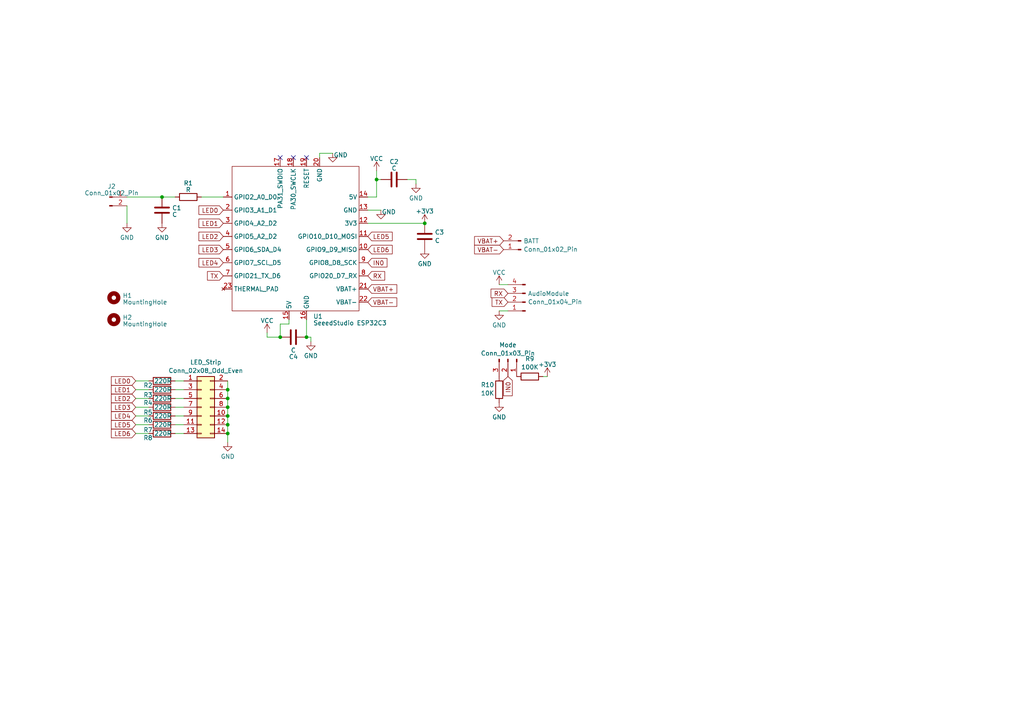
<source format=kicad_sch>
(kicad_sch (version 20231120) (generator "eeschema") (generator_version "8.0")
  (paper "A4")
  (lib_symbols
    (symbol "Connector:Conn_01x02_Pin" (pin_names (offset 1.016) hide)
      (property "Reference" "J" (at 0 2.54 0))
      (property "Value" "Conn_01x02_Pin" (at 0 -5.08 0))
      (symbol "Conn_01x02_Pin_1_1"
        (polyline (pts (xy 1.27 -2.54) (xy 0.8636 -2.54)) (stroke (width 0.1524)))
        (polyline (pts (xy 1.27 0) (xy 0.8636 0)) (stroke (width 0.1524)))
        (rectangle (start 0.8636 -2.413) (end 0 -2.667) (stroke (width 0.1524)) (fill (type outline)))
        (rectangle (start 0.8636 0.127) (end 0 -0.127) (stroke (width 0.1524)) (fill (type outline)))
        (pin passive line (at 5.08 0 180) (length 3.81) (name "Pin_1") (number "1"))
        (pin passive line (at 5.08 -2.54 180) (length 3.81) (name "Pin_2") (number "2"))
      )
    )
    (symbol "Connector:Conn_01x03_Pin" (pin_names (offset 1.016) hide)
      (property "Reference" "J" (at 0 5.08 0))
      (property "Value" "Conn_01x03_Pin" (at 0 -5.08 0))
      (symbol "Conn_01x03_Pin_1_1"
        (polyline (pts (xy 1.27 -2.54) (xy 0.8636 -2.54)) (stroke (width 0.1524)))
        (polyline (pts (xy 1.27 0) (xy 0.8636 0)) (stroke (width 0.1524)))
        (polyline (pts (xy 1.27 2.54) (xy 0.8636 2.54)) (stroke (width 0.1524)))
        (rectangle (start 0.8636 -2.413) (end 0 -2.667) (stroke (width 0.1524)) (fill (type outline)))
        (rectangle (start 0.8636 0.127) (end 0 -0.127) (stroke (width 0.1524)) (fill (type outline)))
        (rectangle (start 0.8636 2.667) (end 0 2.413) (stroke (width 0.1524)) (fill (type outline)))
        (pin passive line (at 5.08 2.54 180) (length 3.81) (name "Pin_1") (number "1"))
        (pin passive line (at 5.08 0 180) (length 3.81) (name "Pin_2") (number "2"))
        (pin passive line (at 5.08 -2.54 180) (length 3.81) (name "Pin_3") (number "3"))
      )
    )
    (symbol "Connector:Conn_01x04_Pin" (pin_names (offset 1.016) hide)
      (property "Reference" "J" (at 0 5.08 0))
      (property "Value" "Conn_01x04_Pin" (at 0 -7.62 0))
      (symbol "Conn_01x04_Pin_1_1"
        (polyline (pts (xy 1.27 -5.08) (xy 0.8636 -5.08)) (stroke (width 0.1524)))
        (polyline (pts (xy 1.27 -2.54) (xy 0.8636 -2.54)) (stroke (width 0.1524)))
        (polyline (pts (xy 1.27 0) (xy 0.8636 0)) (stroke (width 0.1524)))
        (polyline (pts (xy 1.27 2.54) (xy 0.8636 2.54)) (stroke (width 0.1524)))
        (rectangle (start 0.8636 -4.953) (end 0 -5.207) (stroke (width 0.1524)) (fill (type outline)))
        (rectangle (start 0.8636 -2.413) (end 0 -2.667) (stroke (width 0.1524)) (fill (type outline)))
        (rectangle (start 0.8636 0.127) (end 0 -0.127) (stroke (width 0.1524)) (fill (type outline)))
        (rectangle (start 0.8636 2.667) (end 0 2.413) (stroke (width 0.1524)) (fill (type outline)))
        (pin passive line (at 5.08 2.54 180) (length 3.81) (name "Pin_1") (number "1"))
        (pin passive line (at 5.08 0 180) (length 3.81) (name "Pin_2") (number "2"))
        (pin passive line (at 5.08 -2.54 180) (length 3.81) (name "Pin_3") (number "3"))
        (pin passive line (at 5.08 -5.08 180) (length 3.81) (name "Pin_4") (number "4"))
      )
    )
    (symbol "Connector_Generic:Conn_02x07_Odd_Even" (pin_names (offset 1.016) hide)
      (property "Reference" "J" (at 1.27 10.16 0))
      (property "Value" "Conn_02x07_Odd_Even" (at 1.27 -10.16 0))
      (symbol "Conn_02x07_Odd_Even_1_1"
        (rectangle (start -1.27 -7.493) (end 0 -7.747) (stroke (width 0.1524)))
        (rectangle (start -1.27 -4.953) (end 0 -5.207) (stroke (width 0.1524)))
        (rectangle (start -1.27 -2.413) (end 0 -2.667) (stroke (width 0.1524)))
        (rectangle (start -1.27 0.127) (end 0 -0.127) (stroke (width 0.1524)))
        (rectangle (start -1.27 2.667) (end 0 2.413) (stroke (width 0.1524)))
        (rectangle (start -1.27 5.207) (end 0 4.953) (stroke (width 0.1524)))
        (rectangle (start -1.27 7.747) (end 0 7.493) (stroke (width 0.1524)))
        (rectangle (start -1.27 8.89) (end 3.81 -8.89) (stroke (width 0.254)) (fill (type background)))
        (rectangle (start 3.81 -7.493) (end 2.54 -7.747) (stroke (width 0.1524)))
        (rectangle (start 3.81 -4.953) (end 2.54 -5.207) (stroke (width 0.1524)))
        (rectangle (start 3.81 -2.413) (end 2.54 -2.667) (stroke (width 0.1524)))
        (rectangle (start 3.81 0.127) (end 2.54 -0.127) (stroke (width 0.1524)))
        (rectangle (start 3.81 2.667) (end 2.54 2.413) (stroke (width 0.1524)))
        (rectangle (start 3.81 5.207) (end 2.54 4.953) (stroke (width 0.1524)))
        (rectangle (start 3.81 7.747) (end 2.54 7.493) (stroke (width 0.1524)))
        (pin passive line (at -5.08 7.62 0) (length 3.81) (name "Pin_1") (number "1"))
        (pin passive line (at 7.62 -2.54 180) (length 3.81) (name "Pin_10") (number "10"))
        (pin passive line (at -5.08 -5.08 0) (length 3.81) (name "Pin_11") (number "11"))
        (pin passive line (at 7.62 -5.08 180) (length 3.81) (name "Pin_12") (number "12"))
        (pin passive line (at -5.08 -7.62 0) (length 3.81) (name "Pin_13") (number "13"))
        (pin passive line (at 7.62 -7.62 180) (length 3.81) (name "Pin_14") (number "14"))
        (pin passive line (at 7.62 7.62 180) (length 3.81) (name "Pin_2") (number "2"))
        (pin passive line (at -5.08 5.08 0) (length 3.81) (name "Pin_3") (number "3"))
        (pin passive line (at 7.62 5.08 180) (length 3.81) (name "Pin_4") (number "4"))
        (pin passive line (at -5.08 2.54 0) (length 3.81) (name "Pin_5") (number "5"))
        (pin passive line (at 7.62 2.54 180) (length 3.81) (name "Pin_6") (number "6"))
        (pin passive line (at -5.08 0 0) (length 3.81) (name "Pin_7") (number "7"))
        (pin passive line (at 7.62 0 180) (length 3.81) (name "Pin_8") (number "8"))
        (pin passive line (at -5.08 -2.54 0) (length 3.81) (name "Pin_9") (number "9"))
      )
    )
    (symbol "Device:C" (pin_numbers hide) (pin_names (offset 0.254))
      (property "Reference" "C" (at 0.635 2.54 0))
      (property "Value" "C" (at 0.635 -2.54 0))
      (symbol "C_0_1"
        (polyline (pts (xy -2.032 -0.762) (xy 2.032 -0.762)) (stroke (width 0.508)))
        (polyline (pts (xy -2.032 0.762) (xy 2.032 0.762)) (stroke (width 0.508)))
      )
      (symbol "C_1_1"
        (pin passive line (at 0 3.81 270) (length 2.794) (name "~") (number "1"))
        (pin passive line (at 0 -3.81 90) (length 2.794) (name "~") (number "2"))
      )
    )
    (symbol "Device:R" (pin_numbers hide) (pin_names (offset 0))
      (property "Reference" "R" (at 2.032 0 90))
      (property "Value" "R" (at 0 0 90))
      (symbol "R_0_1"
        (rectangle (start -1.016 -2.54) (end 1.016 2.54) (stroke (width 0.254)))
      )
      (symbol "R_1_1"
        (pin passive line (at 0 3.81 270) (length 1.27) (name "~") (number "1"))
        (pin passive line (at 0 -3.81 90) (length 1.27) (name "~") (number "2"))
      )
    )
    (symbol "GND_1" (power) (pin_numbers hide) (pin_names (offset 0) hide)
      (property "Value" "GND" (at 0 -3.81 0))
      (symbol "GND_1_0_1"
        (polyline (pts (xy 0 0) (xy 0 -1.27) (xy 1.27 -1.27) (xy 0 -2.54) (xy -1.27 -1.27) (xy 0 -1.27)))
      )
      (symbol "GND_1_1_1"
        (pin power_in line (at 0 0 270) (length 0) (name "~") (number "1"))
      )
    )
    (symbol "GND_2" (power) (pin_numbers hide) (pin_names (offset 0) hide)
      (property "Value" "GND" (at 0 -3.81 0))
      (symbol "GND_2_0_1"
        (polyline (pts (xy 0 0) (xy 0 -1.27) (xy 1.27 -1.27) (xy 0 -2.54) (xy -1.27 -1.27) (xy 0 -1.27)))
      )
      (symbol "GND_2_1_1"
        (pin power_in line (at 0 0 270) (length 0) (name "~") (number "1"))
      )
    )
    (symbol "Mechanical:MountingHole" (pin_names (offset 1.016))
      (property "Reference" "H" (at 0 5.08 0))
      (property "Value" "MountingHole" (at 0 3.175 0))
      (symbol "MountingHole_0_1"
        (circle (center 0 0) (radius 1.27) (stroke (width 1.27)))
      )
    )
    (symbol "SeeedStudio:SeeedStudio_ESP32C3"
      (property "Reference" "U" (at -16.51 0 0))
      (property "Value" "SeeedStudio ESP32C3" (at -19.05 -2.54 0))
      (symbol "SeeedStudio_ESP32C3_0_1"
        (rectangle (start -19.05 -3.81) (end 17.78 -45.72))
      )
      (symbol "SeeedStudio_ESP32C3_1_1"
        (pin bidirectional line (at -21.59 -12.7 0) (length 2.54) (name "GPIO2_A0_D0") (number "1"))
        (pin bidirectional line (at 20.32 -27.94 180) (length 2.54) (name "GPIO9_D9_MISO") (number "10"))
        (pin bidirectional line (at 20.32 -24.13 180) (length 2.54) (name "GPIO10_D10_MOSI") (number "11"))
        (pin bidirectional line (at 20.32 -20.32 180) (length 2.54) (name "3V3") (number "12"))
        (pin bidirectional line (at 20.32 -16.51 180) (length 2.54) (name "GND") (number "13"))
        (pin bidirectional line (at 20.32 -12.7 180) (length 2.54) (name "5V") (number "14"))
        (pin input line (at -2.54 -48.26 90) (length 2.54) (name "5V") (number "15"))
        (pin input line (at 2.54 -48.26 90) (length 2.54) (name "GND") (number "16"))
        (pin input line (at -5.08 -1.27 270) (length 2.54) (name "PA31_SWDIO") (number "17"))
        (pin input line (at -1.27 -1.27 270) (length 2.54) (name "PA30_SWCLK") (number "18"))
        (pin input line (at 2.54 -1.27 270) (length 2.54) (name "RESET") (number "19"))
        (pin bidirectional line (at -21.59 -16.51 0) (length 2.54) (name "GPIO3_A1_D1") (number "2"))
        (pin input line (at 6.35 -1.27 270) (length 2.54) (name "GND") (number "20"))
        (pin bidirectional line (at 20.32 -39.37 180) (length 2.54) (name "VBAT+") (number "21"))
        (pin bidirectional line (at 20.32 -43.18 180) (length 2.54) (name "VBAT-") (number "22"))
        (pin no_connect line (at -21.59 -39.37 0) (length 2.54) (name "THERMAL_PAD") (number "23"))
        (pin bidirectional line (at -21.59 -20.32 0) (length 2.54) (name "GPIO4_A2_D2") (number "3"))
        (pin bidirectional line (at -21.59 -24.13 0) (length 2.54) (name "GPIO5_A2_D2") (number "4"))
        (pin bidirectional line (at -21.59 -27.94 0) (length 2.54) (name "GPIO6_SDA_D4") (number "5"))
        (pin bidirectional line (at -21.59 -31.75 0) (length 2.54) (name "GPIO7_SCL_D5") (number "6"))
        (pin bidirectional line (at -21.59 -35.56 0) (length 2.54) (name "GPIO21_TX_D6") (number "7"))
        (pin bidirectional line (at 20.32 -35.56 180) (length 2.54) (name "GPIO20_D7_RX") (number "8"))
        (pin bidirectional line (at 20.32 -31.75 180) (length 2.54) (name "GPIO8_D8_SCK") (number "9"))
      )
    )
    (symbol "power:+3V3" (power) (pin_names (offset 0))
      (property "Value" "+3V3" (at 0 3.556 0))
      (symbol "+3V3_0_1"
        (polyline (pts (xy -0.762 1.27) (xy 0 2.54)))
        (polyline (pts (xy 0 0) (xy 0 2.54)))
        (polyline (pts (xy 0 2.54) (xy 0.762 1.27)))
      )
      (symbol "+3V3_1_1"
        (pin power_in line (at 0 0 90) (length 0) hide (name "+3V3") (number "1"))
      )
    )
    (symbol "power:GND" (power) (pin_names (offset 0))
      (property "Value" "GND" (at 0 -3.81 0))
      (symbol "GND_0_1"
        (polyline (pts (xy 0 0) (xy 0 -1.27) (xy 1.27 -1.27) (xy 0 -2.54) (xy -1.27 -1.27) (xy 0 -1.27)))
      )
      (symbol "GND_1_1"
        (pin power_in line (at 0 0 270) (length 0) hide (name "GND") (number "1"))
      )
    )
    (symbol "power:VCC" (power) (pin_names (offset 0))
      (property "Value" "VCC" (at 0 3.81 0))
      (symbol "VCC_0_1"
        (polyline (pts (xy -0.762 1.27) (xy 0 2.54)))
        (polyline (pts (xy 0 0) (xy 0 2.54)))
        (polyline (pts (xy 0 2.54) (xy 0.762 1.27)))
      )
      (symbol "VCC_1_1"
        (pin power_in line (at 0 0 90) (length 0) hide (name "VCC") (number "1"))
      )
    )
  )
  (junction (at 66.04 125.73))
  (junction (at 66.04 123.19))
  (junction (at 66.04 118.11))
  (junction (at 123.19 64.77))
  (junction (at 88.9 97.79))
  (junction (at 66.04 115.57))
  (junction (at 46.99 57.15))
  (junction (at 66.04 120.65))
  (junction (at 81.28 97.79))
  (junction (at 109.22 52.07))
  (junction (at 66.04 113.03))
  (no_connect (at 88.9 45.72))
  (no_connect (at 81.28 45.72))
  (no_connect (at 85.09 45.72))
  (wire (pts (xy 39.37 110.49) (xy 43.18 110.49)))
  (wire (pts (xy 120.65 52.07) (xy 118.11 52.07)))
  (wire (pts (xy 39.37 113.03) (xy 43.18 113.03)))
  (wire (pts (xy 144.78 90.17) (xy 147.32 90.17)))
  (wire (pts (xy 39.37 118.11) (xy 43.18 118.11)))
  (wire (pts (xy 50.8 120.65) (xy 53.34 120.65)))
  (wire (pts (xy 50.8 113.03) (xy 53.34 113.03)))
  (wire (pts (xy 39.37 125.73) (xy 43.18 125.73)))
  (wire (pts (xy 50.8 125.73) (xy 53.34 125.73)))
  (wire (pts (xy 58.42 57.15) (xy 64.77 57.15)))
  (wire (pts (xy 39.37 120.65) (xy 43.18 120.65)))
  (wire (pts (xy 66.04 115.57) (xy 66.04 118.11)))
  (wire (pts (xy 81.28 93.98) (xy 83.82 93.98)))
  (wire (pts (xy 144.78 82.55) (xy 147.32 82.55)))
  (wire (pts (xy 36.83 57.15) (xy 46.99 57.15)))
  (wire (pts (xy 66.04 113.03) (xy 66.04 115.57)))
  (wire (pts (xy 66.04 120.65) (xy 66.04 123.19)))
  (wire (pts (xy 109.22 57.15) (xy 106.68 57.15)))
  (wire (pts (xy 39.37 115.57) (xy 43.18 115.57)))
  (wire (pts (xy 109.22 52.07) (xy 109.22 57.15)))
  (wire (pts (xy 83.82 93.98) (xy 83.82 92.71)))
  (wire (pts (xy 50.8 123.19) (xy 53.34 123.19)))
  (wire (pts (xy 90.17 97.79) (xy 88.9 97.79)))
  (wire (pts (xy 88.9 97.79) (xy 88.9 92.71)))
  (wire (pts (xy 77.47 97.79) (xy 77.47 96.52)))
  (wire (pts (xy 66.04 118.11) (xy 66.04 120.65)))
  (wire (pts (xy 66.04 125.73) (xy 66.04 128.27)))
  (wire (pts (xy 120.65 53.34) (xy 120.65 52.07)))
  (wire (pts (xy 157.48 109.22) (xy 158.75 109.22)))
  (wire (pts (xy 66.04 123.19) (xy 66.04 125.73)))
  (wire (pts (xy 106.68 64.77) (xy 123.19 64.77)))
  (wire (pts (xy 50.8 118.11) (xy 53.34 118.11)))
  (wire (pts (xy 46.99 57.15) (xy 50.8 57.15)))
  (wire (pts (xy 81.28 97.79) (xy 81.28 93.98)))
  (wire (pts (xy 77.47 97.79) (xy 81.28 97.79)))
  (wire (pts (xy 66.04 110.49) (xy 66.04 113.03)))
  (wire (pts (xy 50.8 115.57) (xy 53.34 115.57)))
  (wire (pts (xy 110.49 60.96) (xy 106.68 60.96)))
  (wire (pts (xy 90.17 99.06) (xy 90.17 97.79)))
  (wire (pts (xy 92.71 44.45) (xy 92.71 45.72)))
  (wire (pts (xy 39.37 123.19) (xy 43.18 123.19)))
  (wire (pts (xy 92.71 44.45) (xy 96.52 44.45)))
  (wire (pts (xy 50.8 110.49) (xy 53.34 110.49)))
  (wire (pts (xy 110.49 52.07) (xy 109.22 52.07)))
  (wire (pts (xy 36.83 64.77) (xy 36.83 59.69)))
  (wire (pts (xy 109.22 49.53) (xy 109.22 52.07)))
  (global_label "LED6" (shape input) (at 39.37 125.73 180) (property "Intersheetrefs" "${INTERSHEET_REFS}" (effects (hide yes))))
  (global_label "RX" (shape input) (at 106.68 80.01 0) (property "Intersheetrefs" "${INTERSHEET_REFS}" (effects (hide yes))))
  (global_label "LED2" (shape input) (at 64.77 68.58 180) (property "Intersheetrefs" "${INTERSHEET_REFS}" (effects (hide yes))))
  (global_label "TX" (shape input) (at 64.77 80.01 180) (property "Intersheetrefs" "${INTERSHEET_REFS}" (effects (hide yes))))
  (global_label "VBAT+" (shape input) (at 106.68 83.82 0) (property "Intersheetrefs" "${INTERSHEET_REFS}" (effects (hide yes))))
  (global_label "LED1" (shape input) (at 39.37 113.03 180) (property "Intersheetrefs" "${INTERSHEET_REFS}" (effects (hide yes))))
  (global_label "RX" (shape input) (at 147.32 85.09 180) (property "Intersheetrefs" "${INTERSHEET_REFS}" (effects (hide yes))))
  (global_label "VBAT+" (shape input) (at 146.05 69.85 180) (property "Intersheetrefs" "${INTERSHEET_REFS}" (effects (hide yes))))
  (global_label "LED0" (shape input) (at 39.37 110.49 180) (property "Intersheetrefs" "${INTERSHEET_REFS}" (effects (hide yes))))
  (global_label "LED3" (shape input) (at 39.37 118.11 180) (property "Intersheetrefs" "${INTERSHEET_REFS}" (effects (hide yes))))
  (global_label "TX" (shape input) (at 147.32 87.63 180) (property "Intersheetrefs" "${INTERSHEET_REFS}" (effects (hide yes))))
  (global_label "LED4" (shape input) (at 64.77 76.2 180) (property "Intersheetrefs" "${INTERSHEET_REFS}" (effects (hide yes))))
  (global_label "LED0" (shape input) (at 64.77 60.96 180) (property "Intersheetrefs" "${INTERSHEET_REFS}" (effects (hide yes))))
  (global_label "VBAT-" (shape input) (at 106.68 87.63 0) (property "Intersheetrefs" "${INTERSHEET_REFS}" (effects (hide yes))))
  (global_label "LED2" (shape input) (at 39.37 115.57 180) (property "Intersheetrefs" "${INTERSHEET_REFS}" (effects (hide yes))))
  (global_label "IN0" (shape input) (at 106.68 76.2 0) (property "Intersheetrefs" "${INTERSHEET_REFS}" (effects (hide yes))))
  (global_label "VBAT-" (shape input) (at 146.05 72.39 180) (property "Intersheetrefs" "${INTERSHEET_REFS}" (effects (hide yes))))
  (global_label "IN0" (shape input) (at 147.32 109.22 270) (property "Intersheetrefs" "${INTERSHEET_REFS}" (effects (hide yes))))
  (global_label "LED4" (shape input) (at 39.37 120.65 180) (property "Intersheetrefs" "${INTERSHEET_REFS}" (effects (hide yes))))
  (global_label "LED5" (shape input) (at 106.68 68.58 0) (property "Intersheetrefs" "${INTERSHEET_REFS}" (effects (hide yes))))
  (global_label "LED3" (shape input) (at 64.77 72.39 180) (property "Intersheetrefs" "${INTERSHEET_REFS}" (effects (hide yes))))
  (global_label "LED5" (shape input) (at 39.37 123.19 180) (property "Intersheetrefs" "${INTERSHEET_REFS}" (effects (hide yes))))
  (global_label "LED6" (shape input) (at 106.68 72.39 0) (property "Intersheetrefs" "${INTERSHEET_REFS}" (effects (hide yes))))
  (global_label "LED1" (shape input) (at 64.77 64.77 180) (property "Intersheetrefs" "${INTERSHEET_REFS}" (effects (hide yes))))
  (symbol (lib_id "power:GND") (at 110.49 60.96 0) (unit 1)
    (property "Reference" "#PWR03" (effects (hide yes)))
    (property "Value" "GND" (at 112.776 61.468 0))
  )
  (symbol (lib_id "Connector:Conn_01x02_Pin") (at 151.13 72.39 180) (unit 1)
    (property "Reference" "BATT" (at 151.8412 69.9078 0) (effects (justify right)))
    (property "Value" "Conn_01x02_Pin" (at 151.8412 72.3321 0) (effects (justify right)))
    (property "Footprint" "Connector_PinSocket_2.54mm:PinSocket_1x02_P2.54mm_Vertical" (effects (hide yes)))
  )
  (symbol (lib_id "Device:R") (at 46.99 113.03 90) (unit 1)
    (property "Reference" "R3" (at 42.926 114.554 90))
    (property "Value" "220R" (at 47.244 113.03 90))
    (property "Footprint" "Resistor_SMD:R_0805_2012Metric" (effects (hide yes)))
  )
  (symbol (lib_id "Connector:Conn_01x03_Pin") (at 147.32 104.14 270) (unit 1)
    (property "Reference" "Mode" (at 147.32 100.0463 90))
    (property "Value" "Conn_01x03_Pin" (at 147.32 102.4706 90))
    (property "Description" "Generic connector, single row, 01x03, script generated" (effects (hide yes)))
  )
  (symbol (lib_id "Mechanical:MountingHole") (at 33.02 86.36 0) (unit 1)
    (property "Reference" "H1" (at 35.56 85.7163 0) (effects (justify left)))
    (property "Value" "MountingHole" (at 35.56 87.6373 0) (effects (justify left)))
    (property "Footprint" "MountingHole:MountingHole_2.2mm_M2" (effects (hide yes)))
  )
  (symbol (lib_id "Device:R") (at 54.61 57.15 90) (unit 1)
    (property "Reference" "R1" (at 54.61 53.1241 90))
    (property "Value" "R" (at 54.61 55.0451 90))
    (property "Footprint" "Resistor_SMD:R_0805_2012Metric" (effects (hide yes)))
  )
  (symbol (lib_id "power:GND") (at 46.99 64.77 0) (unit 1)
    (property "Reference" "#PWR01" (effects (hide yes)))
    (property "Value" "GND" (at 46.99 68.9055 0))
  )
  (symbol (lib_id "SeeedStudio:SeeedStudio_ESP32C3") (at 86.36 44.45 0) (unit 1)
    (property "Reference" "U1" (at 90.8559 91.7655 0) (effects (justify left)))
    (property "Value" "SeeedStudio ESP32C3" (at 90.8559 93.6865 0) (effects (justify left)))
    (property "Footprint" "SeeedStudio:XIAO-ESP32C3-14P-2.54-21X17.8MM" (effects (hide yes)))
  )
  (symbol (lib_id "Device:C") (at 123.19 68.58 0) (unit 1)
    (property "Reference" "C3" (at 126.111 67.3678 0) (effects (justify left)))
    (property "Value" "C" (at 126.111 69.7921 0) (effects (justify left)))
    (property "Footprint" "Capacitor_SMD:C_0805_2012Metric" (effects (hide yes)))
  )
  (symbol (lib_id "Connector_Generic:Conn_02x07_Odd_Even") (at 58.42 118.11 0) (unit 1)
    (property "Reference" "LED_Strip" (at 59.69 105.0755 0))
    (property "Value" "Conn_02x08_Odd_Even" (at 59.69 107.4998 0))
    (property "Description" "Generic connector, double row, 02x07, odd/even pin numbering scheme (row 1 odd numbers, row 2 even numbers), script generated (kicad-library-utils/schlib/autogen/connector/)" (effects (hide yes)))
  )
  (symbol (lib_id "power:GND") (at 144.78 90.17 0) (unit 1)
    (property "Reference" "#PWR04" (effects (hide yes)))
    (property "Value" "GND" (at 144.78 94.3055 0))
  )
  (symbol (lib_id "Device:R") (at 46.99 110.49 90) (unit 1)
    (property "Reference" "R2" (at 42.926 111.76 90))
    (property "Value" "220R" (at 47.244 110.49 90))
    (property "Footprint" "Resistor_SMD:R_0805_2012Metric" (effects (hide yes)))
  )
  (symbol (lib_id "Device:C") (at 114.3 52.07 90) (unit 1)
    (property "Reference" "C2" (at 114.3 46.9011 90))
    (property "Value" "C" (at 114.3 48.8221 90))
    (property "Footprint" "Capacitor_SMD:C_0805_2012Metric" (effects (hide yes)))
  )
  (symbol (lib_id "Device:R") (at 46.99 118.11 90) (unit 1)
    (property "Reference" "R5" (at 42.926 119.634 90))
    (property "Value" "220R" (at 47.244 118.11 90))
    (property "Footprint" "Resistor_SMD:R_0805_2012Metric" (effects (hide yes)))
  )
  (symbol (lib_id "power:GND") (at 96.52 44.45 0) (unit 1)
    (property "Reference" "#PWR012" (effects (hide yes)))
    (property "Value" "GND" (at 98.806 44.958 0))
  )
  (symbol (lib_id "Device:C") (at 85.09 97.79 90) (unit 1)
    (property "Reference" "C4" (at 85.1171 103.4772 90))
    (property "Value" "C" (at 85.09 101.6 90))
    (property "Footprint" "Capacitor_SMD:C_0805_2012Metric" (effects (hide yes)))
  )
  (symbol (lib_id "power:GND") (at 123.19 72.39 0) (unit 1)
    (property "Reference" "#PWR08" (effects (hide yes)))
    (property "Value" "GND" (at 123.19 76.5255 0))
  )
  (symbol (lib_id "power:VCC") (at 109.22 49.53 0) (unit 1)
    (property "Reference" "#PWR05" (effects (hide yes)))
    (property "Value" "VCC" (at 109.22 46.0281 0))
  )
  (symbol (lib_id "Device:R") (at 46.99 123.19 90) (unit 1)
    (property "Reference" "R7" (at 42.926 124.714 90))
    (property "Value" "220R" (at 47.244 123.19 90))
    (property "Footprint" "Resistor_SMD:R_0805_2012Metric" (effects (hide yes)))
  )
  (symbol (lib_id "Device:R") (at 144.78 113.03 180) (unit 1)
    (property "Reference" "R10" (at 139.446 111.6217 0) (effects (justify right)))
    (property "Value" "10K" (at 139.446 114.046 0) (effects (justify right)))
    (property "Footprint" "Resistor_SMD:R_0805_2012Metric" (effects (hide yes)))
  )
  (symbol (lib_id "Device:R") (at 153.67 109.22 90) (unit 1)
    (property "Reference" "R9" (at 153.67 104.0595 90))
    (property "Value" "100K" (at 153.67 106.4838 90))
    (property "Footprint" "Resistor_SMD:R_0805_2012Metric" (effects (hide yes)))
  )
  (symbol (lib_name "GND_1") (lib_id "power:GND") (at 66.04 128.27 0) (unit 1)
    (property "Reference" "#PWR015" (effects (hide yes)))
    (property "Value" "GND" (at 66.04 132.4031 0))
    (property "Description" "Power symbol creates a global label with name \"GND\" , ground" (effects (hide yes)))
  )
  (symbol (lib_id "Connector:Conn_01x04_Pin") (at 152.4 87.63 180) (unit 1)
    (property "Reference" "AudioModule" (at 153.1112 85.1478 0) (effects (justify right)))
    (property "Value" "Conn_01x04_Pin" (at 153.1112 87.5721 0) (effects (justify right)))
    (property "Footprint" "Connector_PinSocket_2.54mm:PinSocket_1x04_P2.54mm_Vertical" (effects (hide yes)))
  )
  (symbol (lib_id "Mechanical:MountingHole") (at 33.02 92.71 0) (unit 1)
    (property "Reference" "H2" (at 35.56 92.0663 0) (effects (justify left)))
    (property "Value" "MountingHole" (at 35.56 93.9873 0) (effects (justify left)))
    (property "Footprint" "MountingHole:MountingHole_2.2mm_M2" (effects (hide yes)))
  )
  (symbol (lib_id "power:VCC") (at 77.47 96.52 0) (unit 1)
    (property "Reference" "#PWR09" (effects (hide yes)))
    (property "Value" "VCC" (at 77.47 93.0181 0))
  )
  (symbol (lib_id "Device:R") (at 46.99 115.57 90) (unit 1)
    (property "Reference" "R4" (at 42.926 116.84 90))
    (property "Value" "220R" (at 47.244 115.57 90))
    (property "Footprint" "Resistor_SMD:R_0805_2012Metric" (effects (hide yes)))
  )
  (symbol (lib_id "power:GND") (at 120.65 53.34 0) (unit 1)
    (property "Reference" "#PWR07" (effects (hide yes)))
    (property "Value" "GND" (at 120.65 57.4755 0))
  )
  (symbol (lib_name "GND_2") (lib_id "power:GND") (at 144.78 116.84 0) (unit 1)
    (property "Reference" "#PWR016" (effects (hide yes)))
    (property "Value" "GND" (at 144.78 120.9731 0))
    (property "Description" "Power symbol creates a global label with name \"GND\" , ground" (effects (hide yes)))
  )
  (symbol (lib_id "power:+3V3") (at 123.19 64.77 0) (unit 1)
    (property "Reference" "#PWR06" (effects (hide yes)))
    (property "Value" "+3V3" (at 123.19 61.2681 0))
  )
  (symbol (lib_id "power:GND") (at 90.17 99.06 0) (unit 1)
    (property "Reference" "#PWR02" (effects (hide yes)))
    (property "Value" "GND" (at 90.17 103.1955 0))
  )
  (symbol (lib_id "power:+3V3") (at 158.75 109.22 0) (unit 1)
    (property "Reference" "#PWR017" (effects (hide yes)))
    (property "Value" "+3V3" (at 158.75 105.7181 0))
  )
  (symbol (lib_id "power:GND") (at 36.83 64.77 0) (unit 1)
    (property "Reference" "#PWR011" (effects (hide yes)))
    (property "Value" "GND" (at 36.83 68.9055 0))
  )
  (symbol (lib_id "Connector:Conn_01x02_Pin") (at 31.75 57.15 0) (unit 1)
    (property "Reference" "J2" (at 32.385 54.0639 0))
    (property "Value" "Conn_01x02_Pin" (at 32.385 55.9849 0))
    (property "Footprint" "Connector_PinSocket_2.54mm:PinSocket_1x02_P2.54mm_Vertical" (effects (hide yes)))
  )
  (symbol (lib_id "Device:R") (at 46.99 125.73 90) (unit 1)
    (property "Reference" "R8" (at 42.926 127 90))
    (property "Value" "220R" (at 47.244 125.73 90))
    (property "Footprint" "Resistor_SMD:R_0805_2012Metric" (effects (hide yes)))
  )
  (symbol (lib_id "power:VCC") (at 144.78 82.55 0) (unit 1)
    (property "Reference" "#PWR010" (effects (hide yes)))
    (property "Value" "VCC" (at 144.78 79.0481 0))
  )
  (symbol (lib_id "Device:R") (at 46.99 120.65 90) (unit 1)
    (property "Reference" "R6" (at 42.926 121.92 90))
    (property "Value" "220R" (at 47.244 120.65 90))
    (property "Footprint" "Resistor_SMD:R_0805_2012Metric" (effects (hide yes)))
  )
  (symbol (lib_id "Device:C") (at 46.99 60.96 0) (unit 1)
    (property "Reference" "C1" (at 49.911 60.3163 0) (effects (justify left)))
    (property "Value" "C" (at 49.911 62.2373 0) (effects (justify left)))
    (property "Footprint" "Capacitor_SMD:C_0805_2012Metric" (effects (hide yes)))
  )
)
</source>
